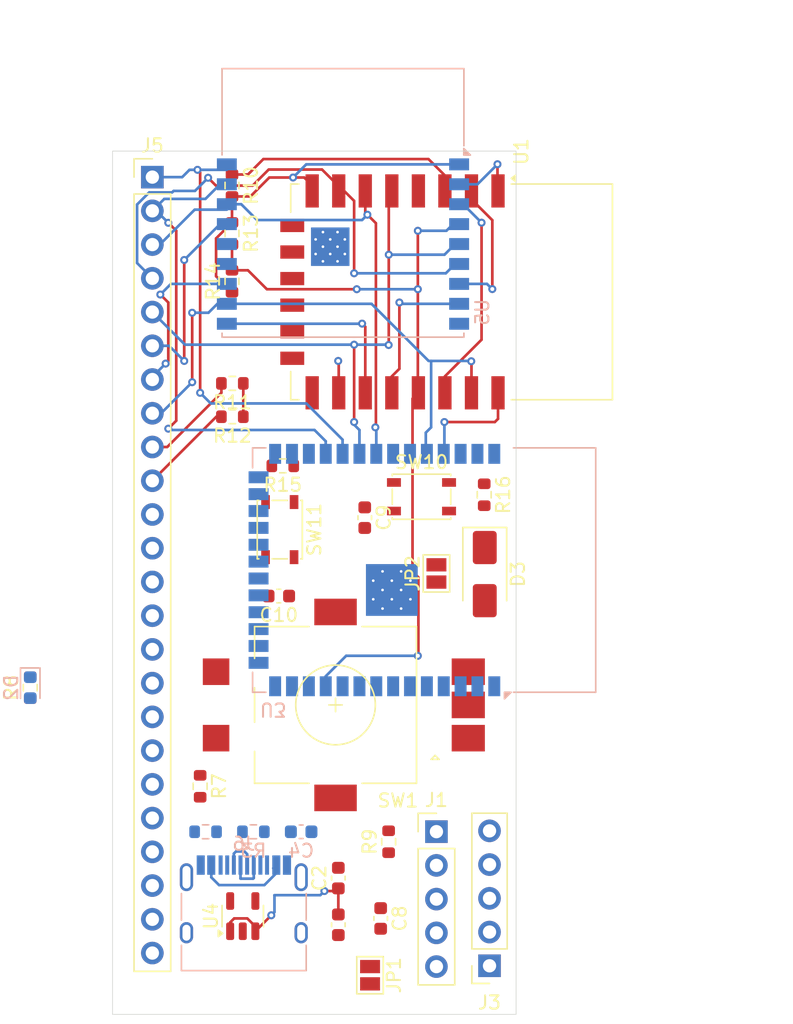
<source format=kicad_pcb>
(kicad_pcb (version 20241229) (generator "pcbnew") (generator_version "9.0")
  (layers (0 "F.Cu" signal) (2 "B.Cu" signal) (13 "F.Paste" user) (15 "B.Paste" user) (5 "F.SilkS" user "F.Silkscreen") (7 "B.SilkS" user "B.Silkscreen") (1 "F.Mask" user) (3 "B.Mask" user) (25 "Edge.Cuts" user))
  (net 0 "")
  (net 1 "GND")
  (net 2 "Net-(D2-A)")
  (net 3 "SW_D")
  (net 4 "ADC_X")
  (net 5 "ADC_Y")
  (net 6 "D-")
  (net 9 "Net-(J6-CC1)")
  (net 10 "D+")
  (net 11 "Net-(J6-CC2)")
  (net 12 "SCL_0")
  (net 13 "SCL_3")
  (net 14 "SDA_3")
  (net 15 "SDA_0")
  (net 16 "SW_B")
  (net 17 "SW_A")
  (net 18 "CS_0")
  (net 19 "UART0_RX")
  (net 20 "CS_1")
  (net 21 "DC")
  (net 22 "UART0_TX")
  (net 25 "SW_C")
  (net 26 "RST_SW")
  (net 27 "BOOT")
  (net 28 "UART1_TX")
  (net 29 "UART1_RX")
  (net 30 "SPIB_MISO")
  (net 31 "SPIB_SCK")
  (net 32 "SPIB_MOSI")
  (net 33 "SPIA_MOSI")
  (net 34 "SPIA_MISO")
  (net 35 "SPIA_SCK")
  (net 36 "LED22")
  (net 48 "Net-(U1-EN)")
  (net 49 "5V")
  (net 50 "WLED")
  (net 52 "Net-(D3-A)")
  (net 53 "Net-(JP1-A)")
  (net 54 "+3.3V")
  (net 55 "SPI_RST")
  (footprint "Capacitor_SMD:C_0603_1608Metric" (layer "F.Cu") (at 110.316995 115.55772 -90)
    (property "Reference" "C5" (hide yes))
    (property "Value" "1u")
  )
  (footprint "Resistor_SMD:R_0603_1608Metric" (layer "F.Cu") (at 121.306997 83.182721 -90)
    (property "Reference" "R16")
    (property "Value" "10K")
  )
  (footprint "Resistor_SMD:R_0603_1608Metric" (layer "F.Cu") (at 102.331995 77.30772 180)
    (property "Reference" "R12")
    (property "Value" "10K")
  )
  (footprint "Package_TO_SOT_SMD:SOT-23-5" (layer "F.Cu") (at 103.116995 114.90747 90)
    (property "Reference" "U4")
    (property "Value" "ME6211C33M5")
  )
  (footprint "Capacitor_SMD:C_0603_1608Metric" (layer "F.Cu") (at 105.831996 90.80772 180)
    (property "Reference" "C10")
    (property "Value" ".1u")
  )
  (footprint "Resistor_SMD:R_0603_1608Metric" (layer "F.Cu") (at 102.306995 59.897721 -90)
    (property "Reference" "R10")
    (property "Value" "10K")
  )
  (footprint "Resistor_SMD:R_0603_1608Metric" (layer "F.Cu") (at 87.106996 97.707721 90)
    (property "Reference" "R8")
    (property "Value" "100R")
  )
  (footprint "Jumper:SolderJumper-2_P1.3mm_Open_Pad1.0x1.5mm" (layer "F.Cu") (at 117.706996 89.10772 90)
    (property "Reference" "JP2")
    (property "Value" "Jumper_2")
  )
  (footprint "Connector_PinSocket_2.54mm:PinSocket_1x05_P2.54mm_Vertical" (layer "F.Cu") (at 121.706996 118.647721 180)
    (property "Reference" "J3")
    (property "Value" "Conn_01x05_Pin")
  )
  (footprint "Button_Switch_SMD:SW_SPST_PTS810" (layer "F.Cu") (at 116.581995 83.33272)
    (property "Reference" "SW10")
    (property "Value" "SW_Push")
  )
  (footprint "Capacitor_SMD:C_0603_1608Metric" (layer "F.Cu") (at 110.316997 112.045221 90)
    (property "Reference" "C2")
    (property "Value" "10u")
  )
  (footprint "Capacitor_SMD:C_0603_1608Metric" (layer "F.Cu") (at 113.506995 115.08272 -90)
    (property "Reference" "C8")
    (property "Value" ".1u")
  )
  (footprint "Capacitor_SMD:C_0603_1608Metric" (layer "F.Cu") (at 112.306995 84.90772 -90)
    (property "Reference" "C9")
    (property "Value" ".1u")
  )
  (footprint "Resistor_SMD:R_0603_1608Metric" (layer "F.Cu") (at 99.906996 105.13272 -90)
    (property "Reference" "R7")
    (property "Value" "10K")
  )
  (footprint "Resistor_SMD:R_0603_1608Metric" (layer "F.Cu") (at 106.131995 81.00772 180)
    (property "Reference" "R15")
    (property "Value" "10K")
  )
  (footprint "Resistor_SMD:R_0603_1608Metric" (layer "F.Cu") (at 102.306996 67.107721 90)
    (property "Reference" "R14")
    (property "Value" "10K")
  )
  (footprint "Resistor_SMD:R_0603_1608Metric" (layer "F.Cu") (at 114.106995 109.307721 90)
    (property "Reference" "R9")
    (property "Value" "10K")
  )
  (footprint "Resistor_SMD:R_0603_1608Metric" (layer "F.Cu") (at 102.306996 63.507721 -90)
    (property "Reference" "R13")
    (property "Value" "10K")
  )
  (footprint "Jumper:SolderJumper-2_P1.3mm_Open_Pad1.0x1.5mm" (layer "F.Cu") (at 112.706996 119.357719 -90)
    (property "Reference" "JP1")
    (property "Value" "Jumper_2")
  )
  (footprint "Diode_SMD:D_SMA" (layer "F.Cu") (at 121.346995 89.15772 -90)
    (property "Reference" "D3")
    (property "Value" "SS14")
  )
  (footprint "Resistor_SMD:R_0603_1608Metric" (layer "F.Cu") (at 102.331995 74.79772 180)
    (property "Reference" "R11")
    (property "Value" "10K")
  )
  (footprint "Connector_PinHeader_2.54mm:PinHeader_1x05_P2.54mm_Vertical" (layer "F.Cu") (at 117.706996 108.547721)
    (property "Reference" "J1")
    (property "Value" "Conn_01x05_Pin")
  )
  (footprint "Button_Switch_SMD:SW_SPST_PTS810" (layer "F.Cu") (at 105.906996 85.80772 -90)
    (property "Reference" "SW11")
    (property "Value" "SW_Push")
  )
  (footprint "RF_Module:ESP-12E" (layer "F.Cu") (at 118.846995 67.90772 -90)
    (property "Reference" "U1")
    (property "Value" "ESP-12F")
  )
  (footprint "IOT-Mess-Footprints:RotaryEncoder_EC11_SMD" (layer "F.Cu") (at 117.606997 101.50772 180)
    (property "Reference" "SW1")
    (property "Value" "RotaryEncoder")
  )
  (footprint "Connector_PinHeader_2.54mm:PinHeader_1x24_P2.54mm_Vertical" (layer "F.Cu") (at 96.306996 59.26772)
    (property "Reference" "J5")
    (property "Value" "Conn_01x24_Pin")
  )
  (footprint "Resistor_SMD:R_0603_1608Metric" (layer "B.Cu") (at 100.316996 108.557721 180)
    (property "Reference" "R2" (hide yes))
    (property "Value" "5.1K")
  )
  (footprint "Capacitor_SMD:C_0603_1608Metric" (layer "B.Cu") (at 107.516997 108.55772)
    (property "Reference" "C4")
    (property "Value" "1u" (hide yes))
  )
  (footprint "Connector_USB:USB_C_Receptacle_HRO_TYPE-C-31-M-12" (layer "B.Cu") (at 103.196997 115.10772 180)
    (property "Reference" "J6")
    (property "Value" "USB_C_Receptacle_USB2.0_16P")
  )
  (footprint "RF_Module:ESP32-C3-WROOM-02" (layer "B.Cu") (at 110.666995 64.30772 180)
    (property "Reference" "U5")
    (property "Value" "ESP32-C3-WROOM-02")
  )
  (footprint "RF_Module:ESP32-S3-WROOM-1" (layer "B.Cu") (at 116.806997 88.852721 90)
    (property "Reference" "U3")
    (property "Value" "ESP32-S3-WROOM-1")
  )
  (footprint "Resistor_SMD:R_0603_1608Metric" (layer "B.Cu") (at 103.916995 108.557721)
    (property "Reference" "R3")
    (property "Value" "5.1K" (hide yes))
  )
  (footprint "LED_SMD:LED_0603_1608Metric" (layer "B.Cu") (at 87.106996 97.707721 -90)
    (property "Reference" "D2")
    (property "Value" "LED")
  )
  (gr_poly (pts (xy 93.306997 122.30772) (xy 93.306996 57.307721) (xy 123.706995 57.30772) (xy 123.706995 122.30772)) (stroke (width 0.05)) (fill no) (layer "Edge.Cuts"))
  (segment (start 102.958495 112.08872) (end 102.946995 112.07722) (width 0.2) (layer "B.Cu") (net 6))
  (segment (start 102.946995 112.07722) (end 102.946995 111.06272) (width 0.2) (layer "B.Cu") (net 6))
  (segment (start 103.946995 111.06272) (end 103.946996 112.03972) (width 0.2) (layer "B.Cu") (net 6))
  (segment (start 103.897995 112.088721) (end 102.958495 112.08872) (width 0.2) (layer "B.Cu") (net 6))
  (segment (start 103.946996 112.03972) (end 103.897995 112.088721) (width 0.2) (layer "B.Cu") (net 6))
  (segment (start 102.446995 110.20022) (end 102.610495 110.03672) (width 0.2) (layer "B.Cu") (net 10))
  (segment (start 102.446996 111.062721) (end 102.446995 110.20022) (width 0.2) (layer "B.Cu") (net 10))
  (segment (start 103.243497 110.03672) (end 103.446997 110.24022) (width 0.2) (layer "B.Cu") (net 10))
  (segment (start 102.610495 110.03672) (end 103.243497 110.03672) (width 0.2) (layer "B.Cu") (net 10))
  (segment (start 103.446997 110.24022) (end 103.446996 111.062721) (width 0.2) (layer "B.Cu") (net 10))
  (segment (start 115.906996 75.94772) (end 115.906997 88.962778) (width 0.2) (layer "F.Cu") (net 12))
  (segment (start 103.506996 66.28272) (end 104.931997 67.707721) (width 0.2) (layer "F.Cu") (net 12))
  (segment (start 116.346996 75.50772) (end 115.906996 75.94772) (width 0.2) (layer "F.Cu") (net 12))
  (segment (start 111.706995 67.70772) (end 104.931997 67.707721) (width 0.2) (layer "F.Cu") (net 12))
  (segment (start 102.306996 64.33272) (end 102.306995 66.28272) (width 0.2) (layer "F.Cu") (net 12))
  (segment (start 115.906997 88.962778) (end 116.347997 89.403777) (width 0.2) (layer "F.Cu") (net 12))
  (segment (start 116.306995 67.707721) (end 116.306996 75.46772) (width 0.2) (layer "F.Cu") (net 12))
  (segment (start 103.506996 66.28272) (end 102.306995 66.28272) (width 0.2) (layer "F.Cu") (net 12))
  (segment (start 116.306996 63.30772) (end 116.306995 67.707721) (width 0.2) (layer "F.Cu") (net 12))
  (segment (start 116.347997 89.403777) (end 116.347996 95.26672) (width 0.2) (layer "F.Cu") (net 12))
  (segment (start 116.347996 95.26672) (end 116.306996 95.30772) (width 0.2) (layer "F.Cu") (net 12))
  (segment (start 116.306996 75.46772) (end 116.346996 75.50772) (width 0.2) (layer "F.Cu") (net 12))
  (via (at 116.306996 95.30772) (size 0.6) (drill 0.3) (layers "F.Cu" "B.Cu") (net 12))
  (via (at 116.306996 63.30772) (size 0.6) (drill 0.3) (layers "F.Cu" "B.Cu") (net 12))
  (via (at 111.706995 67.70772) (size 0.6) (drill 0.3) (layers "F.Cu" "B.Cu") (net 12))
  (via (at 116.306995 67.707721) (size 0.6) (drill 0.3) (layers "F.Cu" "B.Cu") (net 12))
  (segment (start 116.306996 95.30772) (end 110.906995 95.30772) (width 0.2) (layer "B.Cu") (net 12))
  (segment (start 111.706995 67.70772) (end 116.306995 67.707721) (width 0.2) (layer "B.Cu") (net 12))
  (segment (start 109.366996 97.60272) (end 109.366996 96.84772) (width 0.2) (layer "B.Cu") (net 12))
  (segment (start 118.460955 63.30772) (end 118.960956 62.807719) (width 0.2) (layer "B.Cu") (net 12))
  (segment (start 116.306996 63.30772) (end 118.460955 63.30772) (width 0.2) (layer "B.Cu") (net 12))
  (segment (start 109.366996 96.84772) (end 110.906995 95.30772) (width 0.2) (layer "B.Cu") (net 12))
  (segment (start 119.606995 62.89772) (end 119.306995 62.89772) (width 0.2) (layer "B.Cu") (net 12))
  (segment (start 101.506995 77.30772) (end 101.126995 77.307721) (width 0.2) (layer "F.Cu") (net 13))
  (segment (start 101.126995 77.307721) (end 96.306996 82.12772) (width 0.2) (layer "F.Cu") (net 13))
  (segment (start 97.426996 79.58772) (end 96.306998 79.587721) (width 0.2) (layer "F.Cu") (net 14))
  (segment (start 101.506995 74.79772) (end 101.506995 75.50772) (width 0.2) (layer "F.Cu") (net 14))
  (segment (start 101.506995 75.50772) (end 97.426996 79.58772) (width 0.2) (layer "F.Cu") (net 14))
  (segment (start 118.346995 75.50772) (end 118.346997 74.267721) (width 0.2) (layer "F.Cu") (net 15))
  (segment (start 118.346997 74.267721) (end 121.106997 71.50772) (width 0.2) (layer "F.Cu") (net 15))
  (segment (start 121.106997 71.50772) (end 121.106996 62.697721) (width 0.2) (layer "F.Cu") (net 15))
  (via (at 121.106996 62.697721) (size 0.6) (drill 0.3) (layers "F.Cu" "B.Cu") (net 15))
  (segment (start 119.716996 61.30772) (end 119.416996 61.30772) (width 0.2) (layer "B.Cu") (net 15))
  (segment (start 121.106996 62.697721) (end 119.716996 61.30772) (width 0.2) (layer "B.Cu") (net 15))
  (segment (start 119.150955 61.39772) (end 119.606995 61.39772) (width 0.2) (layer "B.Cu") (net 15))
  (segment (start 112.346995 75.507721) (end 112.346995 70.53772) (width 0.2) (layer "F.Cu") (net 16))
  (segment (start 112.346995 70.53772) (end 112.106995 70.297721) (width 0.2) (layer "F.Cu") (net 16))
  (segment (start 112.346995 74.74772) (end 112.346995 75.507721) (width 0.2) (layer "F.Cu") (net 16))
  (segment (start 112.306997 74.707721) (end 112.346995 74.74772) (width 0.2) (layer "F.Cu") (net 16))
  (via (at 112.106995 70.297721) (size 0.6) (drill 0.3) (layers "F.Cu" "B.Cu") (net 16))
  (segment (start 112.096996 70.30772) (end 101.916997 70.30772) (width 0.2) (layer "B.Cu") (net 16))
  (segment (start 112.106995 70.297721) (end 112.096996 70.30772) (width 0.2) (layer "B.Cu") (net 16))
  (segment (start 121.916995 62.50772) (end 120.346996 60.937721) (width 0.2) (layer "F.Cu") (net 17))
  (segment (start 120.346996 60.937721) (end 120.346997 59.89772) (width 0.2) (layer "F.Cu") (net 17))
  (segment (start 121.916996 67.697721) (end 121.916995 62.50772) (width 0.2) (layer "F.Cu") (net 17))
  (via (at 121.916996 67.697721) (size 0.6) (drill 0.3) (layers "F.Cu" "B.Cu") (net 17))
  (segment (start 121.916996 67.697721) (end 121.906995 67.69772) (width 0.2) (layer "B.Cu") (net 17))
  (segment (start 121.516995 67.30772) (end 119.416997 67.30772) (width 0.2) (layer "B.Cu") (net 17))
  (segment (start 121.906995 67.69772) (end 121.516995 67.30772) (width 0.2) (layer "B.Cu") (net 17))
  (segment (start 98.706995 65.50772) (end 98.706995 73.10772) (width 0.2) (layer "F.Cu") (net 18))
  (segment (start 110.306997 73.10772) (end 110.346997 73.14772) (width 0.2) (layer "F.Cu") (net 18))
  (segment (start 110.346997 73.14772) (end 110.346997 75.50772) (width 0.2) (layer "F.Cu") (net 18))
  (via (at 110.306997 73.10772) (size 0.6) (drill 0.3) (layers "F.Cu" "B.Cu") (net 18))
  (via (at 98.706995 73.10772) (size 0.6) (drill 0.3) (layers "F.Cu" "B.Cu") (net 18))
  (via (at 98.706995 65.50772) (size 0.6) (drill 0.3) (layers "F.Cu" "B.Cu") (net 18))
  (segment (start 98.706995 73.10772) (end 97.566995 71.96772) (width 0.2) (layer "B.Cu") (net 18))
  (segment (start 97.566995 71.96772) (end 96.306997 71.967721) (width 0.2) (layer "B.Cu") (net 18))
  (segment (start 101.406995 62.80772) (end 98.706995 65.50772) (width 0.2) (layer "B.Cu") (net 18))
  (segment (start 101.916997 62.807719) (end 101.406995 62.80772) (width 0.2) (layer "B.Cu") (net 18))
  (segment (start 99.306995 74.707721) (end 99.306995 69.479109) (width 0.2) (layer "F.Cu") (net 19))
  (segment (start 120.346997 75.507721) (end 120.346997 76.257721) (width 0.2) (layer "F.Cu") (net 19))
  (segment (start 120.346997 73.147721) (end 120.346997 75.507721) (width 0.2) (layer "F.Cu") (net 19))
  (segment (start 120.331261 73.131985) (end 120.346997 73.147721) (width 0.2) (layer "F.Cu") (net 19))
  (via (at 99.306995 74.707721) (size 0.6) (drill 0.3) (layers "F.Cu" "B.Cu") (net 19))
  (via (at 120.331261 73.131985) (size 0.6) (drill 0.3) (layers "F.Cu" "B.Cu") (net 19))
  (via (at 99.306995 69.479109) (size 0.6) (drill 0.3) (layers "F.Cu" "B.Cu") (net 19))
  (segment (start 99.306995 69.479109) (end 100.535608 69.479109) (width 0.2) (layer "B.Cu") (net 19))
  (segment (start 120.096995 73.10772) (end 117.306995 73.10772) (width 0.2) (layer "B.Cu") (net 19))
  (segment (start 112.816995 68.80772) (end 101.916995 68.80772) (width 0.2) (layer "B.Cu") (net 19))
  (segment (start 100.535608 69.479109) (end 101.206996 68.807721) (width 0.2) (layer "B.Cu") (net 19))
  (segment (start 116.906997 78.50772) (end 117.306996 78.107721) (width 0.2) (layer "B.Cu") (net 19))
  (segment (start 101.206996 68.807721) (end 101.916995 68.80772) (width 0.2) (layer "B.Cu") (net 19))
  (segment (start 120.306996 73.10772) (end 120.331261 73.131985) (width 0.2) (layer "B.Cu") (net 19))
  (segment (start 99.306995 74.707721) (end 96.966996 77.04772) (width 0.2) (layer "B.Cu") (net 19))
  (segment (start 96.966996 77.04772) (end 96.306995 77.04772) (width 0.2) (layer "B.Cu") (net 19))
  (segment (start 117.116996 73.10772) (end 112.816995 68.80772) (width 0.2) (layer "B.Cu") (net 19))
  (segment (start 116.906996 80.02272) (end 116.986996 80.10272) (width 0.2) (layer "B.Cu") (net 19))
  (segment (start 116.906997 78.50772) (end 116.906996 80.02272) (width 0.2) (layer "B.Cu") (net 19))
  (segment (start 117.306995 73.10772) (end 117.116996 73.10772) (width 0.2) (layer "B.Cu") (net 19))
  (segment (start 117.306996 78.107721) (end 117.306995 73.10772) (width 0.2) (layer "B.Cu") (net 19))
  (segment (start 120.096995 73.10772) (end 120.306996 73.10772) (width 0.2) (layer "B.Cu") (net 19))
  (segment (start 99.906995 75.50772) (end 99.906996 58.91772) (width 0.2) (layer "F.Cu") (net 21))
  (segment (start 99.906996 58.91772) (end 99.706996 58.717721) (width 0.2) (layer "F.Cu") (net 21))
  (via (at 99.906995 75.50772) (size 0.6) (drill 0.3) (layers "F.Cu" "B.Cu") (net 21))
  (via (at 99.706996 58.717721) (size 0.6) (drill 0.3) (layers "F.Cu" "B.Cu") (net 21))
  (segment (start 107.906997 76.30772) (end 110.636997 79.03772) (width 0.2) (layer "B.Cu") (net 21))
  (segment (start 98.556995 59.26772) (end 96.306996 59.26772) (width 0.2) (layer "B.Cu") (net 21))
  (segment (start 99.706996 58.717721) (end 101.916997 58.71772) (width 0.2) (layer "B.Cu") (net 21))
  (segment (start 100.706995 76.30772) (end 107.906997 76.30772) (width 0.2) (layer "B.Cu") (net 21))
  (segment (start 99.906995 75.50772) (end 100.706995 76.30772) (width 0.2) (layer "B.Cu") (net 21))
  (segment (start 99.106997 58.71772) (end 99.706996 58.717721) (width 0.2) (layer "B.Cu") (net 21))
  (segment (start 110.636997 79.03772) (end 110.636995 80.102721) (width 0.2) (layer "B.Cu") (net 21))
  (segment (start 99.106997 58.71772) (end 98.556995 59.26772) (width 0.2) (layer "B.Cu") (net 21))
  (segment (start 122.346996 77.46772) (end 122.346995 75.50772) (width 0.2) (layer "F.Cu") (net 22))
  (segment (start 118.306997 77.70772) (end 122.106996 77.70772) (width 0.2) (layer "F.Cu") (net 22))
  (segment (start 122.106996 77.70772) (end 122.346996 77.46772) (width 0.2) (layer "F.Cu") (net 22))
  (segment (start 97.306995 73.307721) (end 97.506996 73.10772) (width 0.2) (layer "F.Cu") (net 22))
  (segment (start 97.506997 68.70772) (end 96.906996 68.10772) (width 0.2) (layer "F.Cu") (net 22))
  (segment (start 97.506996 73.10772) (end 97.506997 68.70772) (width 0.2) (layer "F.Cu") (net 22))
  (segment (start 122.346995 75.50772) (end 122.346996 76.467721) (width 0.2) (layer "F.Cu") (net 22))
  (via (at 118.306997 77.70772) (size 0.6) (drill 0.3) (layers "F.Cu" "B.Cu") (net 22))
  (via (at 97.306995 73.307721) (size 0.6) (drill 0.3) (layers "F.Cu" "B.Cu") (net 22))
  (via (at 96.906996 68.10772) (size 0.6) (drill 0.3) (layers "F.Cu" "B.Cu") (net 22))
  (segment (start 97.706996 67.30772) (end 101.916995 67.30772) (width 0.2) (layer "B.Cu") (net 22))
  (segment (start 118.306997 77.70772) (end 118.306996 80.05272) (width 0.2) (layer "B.Cu") (net 22))
  (segment (start 96.906996 68.10772) (end 97.706996 67.30772) (width 0.2) (layer "B.Cu") (net 22))
  (segment (start 96.306997 74.307719) (end 96.306995 74.50772) (width 0.2) (layer "B.Cu") (net 22))
  (segment (start 97.306995 73.307721) (end 96.306997 74.307719) (width 0.2) (layer "B.Cu") (net 22))
  (segment (start 118.306996 80.05272) (end 118.256995 80.10272) (width 0.2) (layer "B.Cu") (net 22))
  (segment (start 122.306995 58.29772) (end 122.306995 59.85772) (width 0.2) (layer "F.Cu") (net 26))
  (segment (start 122.306995 59.85772) (end 122.346995 59.897721) (width 0.2) (layer "F.Cu") (net 26))
  (via (at 122.306995 58.29772) (size 0.6) (drill 0.3) (layers "F.Cu" "B.Cu") (net 26))
  (segment (start 120.796995 59.80772) (end 122.306995 58.29772) (width 0.2) (layer "B.Cu") (net 26))
  (segment (start 119.416997 59.80772) (end 120.796995 59.80772) (width 0.2) (layer "B.Cu") (net 26))
  (segment (start 114.346995 74.267721) (end 114.346995 75.50772) (width 0.2) (layer "F.Cu") (net 27))
  (segment (start 114.916996 73.69772) (end 114.346995 74.267721) (width 0.2) (layer "F.Cu") (net 27))
  (segment (start 114.916996 73.69772) (end 114.916997 68.70772) (width 0.2) (layer "F.Cu") (net 27))
  (via (at 114.916997 68.70772) (size 0.6) (drill 0.3) (layers "F.Cu" "B.Cu") (net 27))
  (segment (start 114.916997 68.70772) (end 115.016995 68.80772) (width 0.2) (layer "B.Cu") (net 27))
  (segment (start 105.506996 80.05272) (end 105.556996 80.10272) (width 0.2) (layer "B.Cu") (net 27))
  (segment (start 115.016995 68.80772) (end 119.416997 68.80772) (width 0.2) (layer "B.Cu") (net 27))
  (segment (start 101.096997 59.90772) (end 103.861059 59.90772) (width 0.2) (layer "F.Cu") (net 33))
  (segment (start 109.087996 58.69672) (end 110.346996 59.955719) (width 0.2) (layer "F.Cu") (net 33))
  (segment (start 110.346996 59.955719) (end 110.346997 60.30772) (width 0.2) (layer "F.Cu") (net 33))
  (segment (start 105.072061 58.69672) (end 109.087996 58.69672) (width 0.2) (layer "F.Cu") (net 33))
  (segment (start 111.506996 61.057721) (end 110.346996 59.897721) (width 0.2) (layer "F.Cu") (net 33))
  (segment (start 103.861059 59.90772) (end 105.072061 58.69672) (width 0.2) (layer "F.Cu") (net 33))
  (segment (start 110.346996 59.897721) (end 110.346996 60.24972) (width 0.2) (layer "F.Cu") (net 33))
  (segment (start 100.506997 59.31772) (end 101.096997 59.90772) (width 0.2) (layer "F.Cu") (net 33))
  (segment (start 111.506996 66.507721) (end 111.506996 61.057721) (width 0.2) (layer "F.Cu") (net 33))
  (via (at 111.506996 66.507721) (size 0.6) (drill 0.3) (layers "F.Cu" "B.Cu") (net 33))
  (via (at 100.506997 59.31772) (size 0.6) (drill 0.3) (layers "F.Cu" "B.Cu") (net 33))
  (segment (start 118.416996 66.50772) (end 119.116996 65.80772) (width 0.2) (layer "B.Cu") (net 33))
  (segment (start 95.155997 61.33096) (end 95.155995 65.736721) (width 0.2) (layer "B.Cu") (net 33))
  (segment (start 95.155995 65.736721) (end 96.306995 66.88772) (width 0.2) (layer "B.Cu") (net 33))
  (segment (start 111.506996 66.507721) (end 118.416996 66.50772) (width 0.2) (layer "B.Cu") (net 33))
  (segment (start 119.116996 65.80772) (end 119.416996 65.80772) (width 0.2) (layer "B.Cu") (net 33))
  (segment (start 97.795997 60.41872) (end 96.068237 60.41872) (width 0.2) (layer "B.Cu") (net 33))
  (segment (start 99.516996 60.30772) (end 97.906996 60.30772) (width 0.2) (layer "B.Cu") (net 33))
  (segment (start 100.506997 59.31772) (end 99.516996 60.30772) (width 0.2) (layer "B.Cu") (net 33))
  (segment (start 96.068237 60.41872) (end 95.155997 61.33096) (width 0.2) (layer "B.Cu") (net 33))
  (segment (start 97.906996 60.30772) (end 97.795997 60.41872) (width 0.2) (layer "B.Cu") (net 33))
  (segment (start 119.716997 65.80772) (end 119.416996 65.80772) (width 0.2) (layer "B.Cu") (net 33))
  (segment (start 112.506995 62.097721) (end 112.346995 61.937721) (width 0.2) (layer "F.Cu") (net 34))
  (segment (start 113.147995 62.738721) (end 112.506995 62.097721) (width 0.2) (layer "F.Cu") (net 34))
  (segment (start 113.147995 78.06672) (end 113.106995 78.10772) (width 0.2) (layer "F.Cu") (net 34))
  (segment (start 113.147995 62.738721) (end 113.147995 78.06672) (width 0.2) (layer "F.Cu") (net 34))
  (segment (start 112.346995 61.937721) (end 112.346995 59.897721) (width 0.2) (layer "F.Cu") (net 34))
  (via (at 112.506995 62.097721) (size 0.6) (drill 0.3) (layers "F.Cu" "B.Cu") (net 34))
  (via (at 113.106995 78.10772) (size 0.6) (drill 0.3) (layers "F.Cu" "B.Cu") (net 34))
  (segment (start 113.106995 78.10772) (end 113.176995 78.17772) (width 0.2) (layer "B.Cu") (net 34))
  (segment (start 113.176995 78.17772) (end 113.176996 80.102721) (width 0.2) (layer "B.Cu") (net 34))
  (segment (start 102.106995 61.39772) (end 101.806995 61.39772) (width 0.2) (layer "B.Cu") (net 34))
  (segment (start 112.106996 62.49772) (end 104.193537 62.49772) (width 0.2) (layer "B.Cu") (net 34))
  (segment (start 112.506995 62.097721) (end 112.106996 62.49772) (width 0.2) (layer "B.Cu") (net 34))
  (segment (start 104.193537 62.49772) (end 103.003535 61.30772) (width 0.2) (layer "B.Cu") (net 34))
  (segment (start 96.866995 64.34772) (end 96.306995 64.34772) (width 0.2) (layer "B.Cu") (net 34))
  (segment (start 101.916995 61.71772) (end 99.496997 61.71772) (width 0.2) (layer "B.Cu") (net 34))
  (segment (start 99.496997 61.71772) (end 96.866995 64.34772) (width 0.2) (layer "B.Cu") (net 34))
  (segment (start 103.003535 61.30772) (end 101.916998 61.307721) (width 0.2) (layer "B.Cu") (net 34))
  (segment (start 114.116995 60.12772) (end 114.346995 59.89772) (width 0.2) (layer "F.Cu") (net 35))
  (segment (start 111.506995 71.883456) (end 111.506997 77.70772) (width 0.2) (layer "F.Cu") (net 35))
  (segment (start 114.116995 65.10772) (end 114.116995 71.89772) (width 0.2) (layer "F.Cu") (net 35))
  (segment (start 114.116995 71.89772) (end 114.106996 71.907721) (width 0.2) (layer "F.Cu") (net 35))
  (segment (start 114.116995 65.10772) (end 114.116995 60.12772) (width 0.2) (layer "F.Cu") (net 35))
  (via (at 111.506995 71.883456) (size 0.6) (drill 0.3) (layers "F.Cu" "B.Cu") (net 35))
  (via (at 111.506997 77.70772) (size 0.6) (drill 0.3) (layers "F.Cu" "B.Cu") (net 35))
  (via (at 114.116995 65.10772) (size 0.6) (drill 0.3) (layers "F.Cu" "B.Cu") (net 35))
  (via (at 114.106996 71.907721) (size 0.6) (drill 0.3) (layers "F.Cu" "B.Cu") (net 35))
  (segment (start 111.506997 77.70772) (end 111.506995 77.90772) (width 0.2) (layer "B.Cu") (net 35))
  (segment (start 98.76273 71.883455) (end 96.306997 69.42772) (width 0.2) (layer "B.Cu") (net 35))
  (segment (start 114.116995 65.10772) (end 118.316995 65.107721) (width 0.2) (layer "B.Cu") (net 35))
  (segment (start 114.08273 71.883455) (end 114.106996 71.907721) (width 0.2) (layer "B.Cu") (net 35))
  (segment (start 111.506995 71.883456) (end 114.08273 71.883455) (width 0.2) (layer "B.Cu") (net 35))
  (segment (start 111.506995 77.90772) (end 111.906995 78.307721) (width 0.2) (layer "B.Cu") (net 35))
  (segment (start 111.906995 78.307721) (end 111.906995 80.10272) (width 0.2) (layer "B.Cu") (net 35))
  (segment (start 111.506995 71.883456) (end 98.76273 71.883455) (width 0.2) (layer "B.Cu") (net 35))
  (segment (start 118.316995 65.107721) (end 119.116996 64.307721) (width 0.2) (layer "B.Cu") (net 35))
  (segment (start 102.306996 59.072721) (end 103.506995 59.072721) (width 0.2) (layer "F.Cu") (net 48))
  (segment (start 118.346995 59.14772) (end 117.107996 57.90872) (width 0.2) (layer "F.Cu") (net 48))
  (segment (start 103.506995 59.072721) (end 104.670996 57.90872) (width 0.2) (layer "F.Cu") (net 48))
  (segment (start 117.107996 57.90872) (end 104.670996 57.90872) (width 0.2) (layer "F.Cu") (net 48))
  (segment (start 118.346995 59.89772) (end 118.346995 59.14772) (width 0.2) (layer "F.Cu") (net 48))
  (segment (start 109.266996 113.020221) (end 110.116995 113.020221) (width 0.2) (layer "F.Cu") (net 49))
  (segment (start 104.066996 115.690503) (end 103.457964 115.08147) (width 0.2) (layer "F.Cu") (net 49))
  (segment (start 102.166996 115.38247) (end 102.166997 116.04497) (width 0.2) (layer "F.Cu") (net 49))
  (segment (start 110.116995 113.020221) (end 110.316997 112.82022) (width 0.2) (layer "F.Cu") (net 49))
  (segment (start 110.316997 114.782719) (end 110.316997 112.82022) (width 0.2) (layer "F.Cu") (net 49))
  (segment (start 103.457964 115.08147) (end 102.467996 115.08147) (width 0.2) (layer "F.Cu") (net 49))
  (segment (start 102.467996 115.08147) (end 102.166996 115.38247) (width 0.2) (layer "F.Cu") (net 49))
  (segment (start 105.266995 114.84497) (end 104.066997 116.04497) (width 0.2) (layer "F.Cu") (net 49))
  (segment (start 104.066997 116.04497) (end 104.066996 115.690503) (width 0.2) (layer "F.Cu") (net 49))
  (via (at 109.266996 113.020221) (size 0.6) (drill 0.3) (layers "F.Cu" "B.Cu") (net 49))
  (via (at 105.266995 114.84497) (size 0.6) (drill 0.3) (layers "F.Cu" "B.Cu") (net 49))
  (segment (start 105.505747 113.328721) (end 108.958497 113.328721) (width 0.2) (layer "B.Cu") (net 49))
  (segment (start 105.505747 113.328721) (end 105.505747 114.606221) (width 0.2) (layer "B.Cu") (net 49))
  (segment (start 108.958497 113.328721) (end 109.266996 113.020221) (width 0.2) (layer "B.Cu") (net 49))
  (segment (start 105.505747 114.606221) (end 105.266995 114.84497) (width 0.2) (layer "B.Cu") (net 49))
  (segment (start 116.346995 60.64772) (end 116.346996 59.897721) (width 0.2) (layer "F.Cu") (net 50))
  (segment (start 100.746995 111.98772) (end 100.746995 111.062721) (width 0.2) (layer "B.Cu") (net 53))
  (segment (start 105.646995 111.062721) (end 105.646995 111.66997) (width 0.2) (layer "B.Cu") (net 53))
  (segment (start 105.410996 111.29872) (end 105.646995 111.062721) (width 0.2) (layer "B.Cu") (net 53))
  (segment (start 101.329245 112.56997) (end 100.746995 111.98772) (width 0.2) (layer "B.Cu") (net 53))
  (segment (start 104.746996 112.56997) (end 101.329245 112.56997) (width 0.2) (layer "B.Cu") (net 53))
  (segment (start 105.646995 111.66997) (end 104.746996 112.56997) (width 0.2) (layer "B.Cu") (net 53))
  (segment (start 103.156995 77.30772) (end 103.156995 74.79772) (width 0.2) (layer "F.Cu") (net 54))
  (segment (start 102.306996 60.72272) (end 103.691996 60.72272) (width 0.2) (layer "F.Cu") (net 54))
  (segment (start 101.106996 63.88272) (end 101.106995 66.73272) (width 0.2) (layer "F.Cu") (net 54))
  (segment (start 102.306997 62.68272) (end 101.106996 63.88272) (width 0.2) (layer "F.Cu") (net 54))
  (segment (start 101.106995 66.73272) (end 102.306996 67.93272) (width 0.2) (layer "F.Cu") (net 54))
  (segment (start 105.116996 59.297721) (end 106.906996 59.297721) (width 0.2) (layer "F.Cu") (net 54))
  (segment (start 102.306996 60.72272) (end 102.306997 62.68272) (width 0.2) (layer "F.Cu") (net 54))
  (segment (start 107.746995 59.29772) (end 108.346995 59.897721) (width 0.2) (layer "F.Cu") (net 54))
  (segment (start 106.906996 59.297721) (end 107.746995 59.29772) (width 0.2) (layer "F.Cu") (net 54))
  (segment (start 103.691996 60.72272) (end 105.116996 59.297721) (width 0.2) (layer "F.Cu") (net 54))
  (via (at 106.906996 59.297721) (size 0.6) (drill 0.3) (layers "F.Cu" "B.Cu") (net 54))
  (segment (start 107.896997 58.30772) (end 106.906996 59.297721) (width 0.2) (layer "B.Cu") (net 54))
  (segment (start 119.416997 58.30772) (end 107.896997 58.30772) (width 0.2) (layer "B.Cu") (net 54))
  (segment (start 98.106996 63.30772) (end 97.506996 62.70772) (width 0.2) (layer "F.Cu") (net 55))
  (segment (start 98.106996 77.607285) (end 98.106996 63.30772) (width 0.2) (layer "F.Cu") (net 55))
  (segment (start 97.506995 78.207286) (end 98.106996 77.607285) (width 0.2) (layer "F.Cu") (net 55))
  (via (at 97.506995 78.207286) (size 0.6) (drill 0.3) (layers "F.Cu" "B.Cu") (net 55))
  (via (at 97.506996 62.70772) (size 0.6) (drill 0.3) (layers "F.Cu" "B.Cu") (net 55))
  (segment (start 109.366996 79.15272) (end 109.366996 80.10272) (width 0.2) (layer "B.Cu") (net 55))
  (segment (start 100.306997 60.90772) (end 97.206996 60.907721) (width 0.2) (layer "B.Cu") (net 55))
  (segment (start 101.406996 59.807721) (end 100.306997 60.90772) (width 0.2) (layer "B.Cu") (net 55))
  (segment (start 108.521995 78.30772) (end 109.366996 79.15272) (width 0.2) (layer "B.Cu") (net 55))
  (segment (start 101.916995 59.80772) (end 101.406996 59.807721) (width 0.2) (layer "B.Cu") (net 55))
  (segment (start 97.506995 78.207286) (end 97.60743 78.307721) (width 0.2) (layer "B.Cu") (net 55))
  (segment (start 97.206996 60.907721) (end 96.306997 61.807721) (width 0.2) (layer "B.Cu") (net 55))
  (segment (start 97.60743 78.307721) (end 108.521995 78.30772) (width 0.2) (layer "B.Cu") (net 55))
  (segment (start 96.606997 61.807721) (end 96.306997 61.807721) (width 0.2) (layer "B.Cu") (net 55))
  (segment (start 97.506996 62.70772) (end 96.606997 61.807721) (width 0.2) (layer "B.Cu") (net 55))
)
</source>
